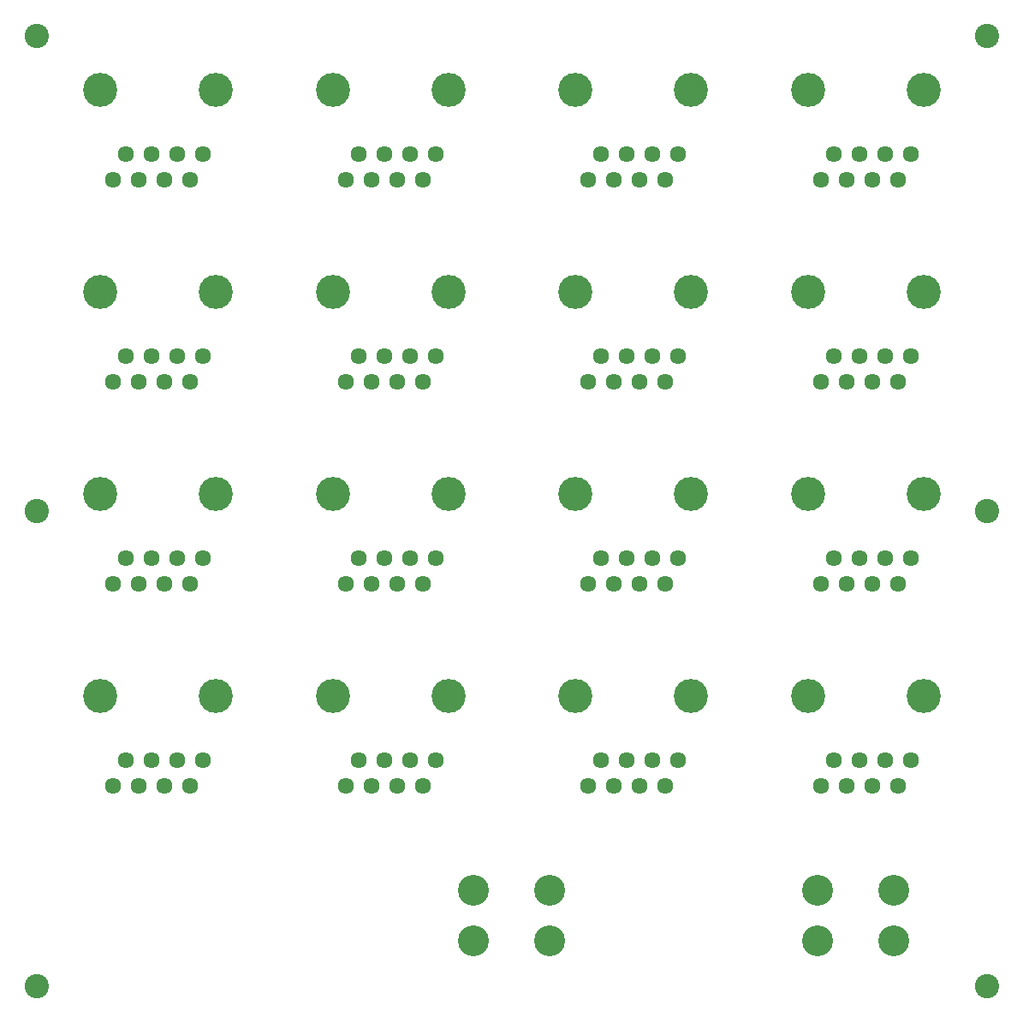
<source format=gbr>
G04 EAGLE Gerber RS-274X export*
G75*
%MOMM*%
%FSLAX34Y34*%
%LPD*%
%INSoldermask Bottom*%
%IPPOS*%
%AMOC8*
5,1,8,0,0,1.08239X$1,22.5*%
G01*
%ADD10C,2.403200*%
%ADD11C,3.053200*%
%ADD12C,1.611200*%
%ADD13C,3.373200*%


D10*
X30000Y970000D03*
X30000Y500000D03*
X30000Y30000D03*
X970000Y30000D03*
X970000Y500000D03*
X970000Y970000D03*
D11*
X802500Y75000D03*
X802500Y125000D03*
X877500Y75000D03*
X877500Y125000D03*
D12*
X348250Y253500D03*
X373650Y253500D03*
X399050Y253500D03*
X424450Y253500D03*
X411750Y228100D03*
X386350Y228100D03*
X360950Y228100D03*
X335550Y228100D03*
D13*
X437150Y317000D03*
X322850Y317000D03*
D12*
X348250Y853500D03*
X373650Y853500D03*
X399050Y853500D03*
X424450Y853500D03*
X411750Y828100D03*
X386350Y828100D03*
X360950Y828100D03*
X335550Y828100D03*
D13*
X437150Y917000D03*
X322850Y917000D03*
D12*
X118250Y853500D03*
X143650Y853500D03*
X169050Y853500D03*
X194450Y853500D03*
X181750Y828100D03*
X156350Y828100D03*
X130950Y828100D03*
X105550Y828100D03*
D13*
X207150Y917000D03*
X92850Y917000D03*
D11*
X462500Y75000D03*
X462500Y125000D03*
X537500Y75000D03*
X537500Y125000D03*
D12*
X588250Y253500D03*
X613650Y253500D03*
X639050Y253500D03*
X664450Y253500D03*
X651750Y228100D03*
X626350Y228100D03*
X600950Y228100D03*
X575550Y228100D03*
D13*
X677150Y317000D03*
X562850Y317000D03*
D12*
X118250Y253500D03*
X143650Y253500D03*
X169050Y253500D03*
X194450Y253500D03*
X181750Y228100D03*
X156350Y228100D03*
X130950Y228100D03*
X105550Y228100D03*
D13*
X207150Y317000D03*
X92850Y317000D03*
D12*
X348250Y653500D03*
X373650Y653500D03*
X399050Y653500D03*
X424450Y653500D03*
X411750Y628100D03*
X386350Y628100D03*
X360950Y628100D03*
X335550Y628100D03*
D13*
X437150Y717000D03*
X322850Y717000D03*
D12*
X348250Y453500D03*
X373650Y453500D03*
X399050Y453500D03*
X424450Y453500D03*
X411750Y428100D03*
X386350Y428100D03*
X360950Y428100D03*
X335550Y428100D03*
D13*
X437150Y517000D03*
X322850Y517000D03*
D12*
X588250Y453500D03*
X613650Y453500D03*
X639050Y453500D03*
X664450Y453500D03*
X651750Y428100D03*
X626350Y428100D03*
X600950Y428100D03*
X575550Y428100D03*
D13*
X677150Y517000D03*
X562850Y517000D03*
D12*
X118250Y453500D03*
X143650Y453500D03*
X169050Y453500D03*
X194450Y453500D03*
X181750Y428100D03*
X156350Y428100D03*
X130950Y428100D03*
X105550Y428100D03*
D13*
X207150Y517000D03*
X92850Y517000D03*
D12*
X118250Y653500D03*
X143650Y653500D03*
X169050Y653500D03*
X194450Y653500D03*
X181750Y628100D03*
X156350Y628100D03*
X130950Y628100D03*
X105550Y628100D03*
D13*
X207150Y717000D03*
X92850Y717000D03*
D12*
X588250Y653500D03*
X613650Y653500D03*
X639050Y653500D03*
X664450Y653500D03*
X651750Y628100D03*
X626350Y628100D03*
X600950Y628100D03*
X575550Y628100D03*
D13*
X677150Y717000D03*
X562850Y717000D03*
D12*
X588250Y853500D03*
X613650Y853500D03*
X639050Y853500D03*
X664450Y853500D03*
X651750Y828100D03*
X626350Y828100D03*
X600950Y828100D03*
X575550Y828100D03*
D13*
X677150Y917000D03*
X562850Y917000D03*
D12*
X818250Y253500D03*
X843650Y253500D03*
X869050Y253500D03*
X894450Y253500D03*
X881750Y228100D03*
X856350Y228100D03*
X830950Y228100D03*
X805550Y228100D03*
D13*
X907150Y317000D03*
X792850Y317000D03*
D12*
X818250Y453500D03*
X843650Y453500D03*
X869050Y453500D03*
X894450Y453500D03*
X881750Y428100D03*
X856350Y428100D03*
X830950Y428100D03*
X805550Y428100D03*
D13*
X907150Y517000D03*
X792850Y517000D03*
D12*
X818250Y653500D03*
X843650Y653500D03*
X869050Y653500D03*
X894450Y653500D03*
X881750Y628100D03*
X856350Y628100D03*
X830950Y628100D03*
X805550Y628100D03*
D13*
X907150Y717000D03*
X792850Y717000D03*
D12*
X818250Y853500D03*
X843650Y853500D03*
X869050Y853500D03*
X894450Y853500D03*
X881750Y828100D03*
X856350Y828100D03*
X830950Y828100D03*
X805550Y828100D03*
D13*
X907150Y917000D03*
X792850Y917000D03*
M02*

</source>
